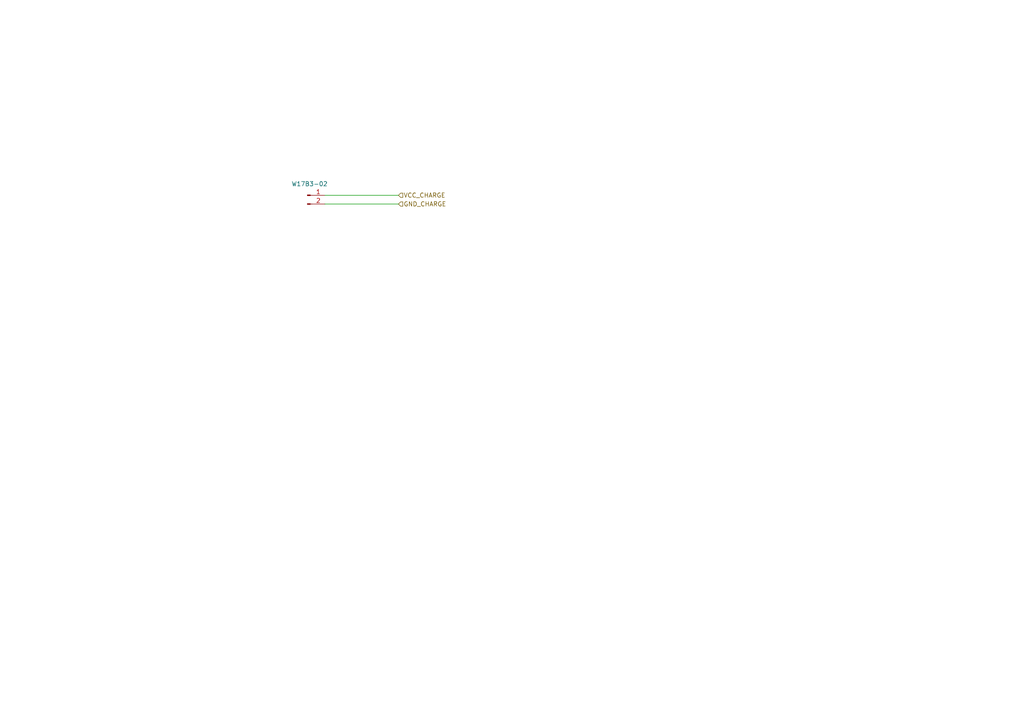
<source format=kicad_sch>
(kicad_sch (version 20211123) (generator eeschema)
  (paper "A4")
  (lib_symbols
    (symbol "Connector:Conn_01x02_Male" (pin_names (offset 1.016) hide)
      (property "Reference" "J" (at 0 2.54 0))
      (property "Value" "Conn_01x02_Male" (at 0 -5.08 0))
      (symbol "Conn_01x02_Male_1_1"
        (polyline (pts (xy 1.27 -2.54) (xy 0.8636 -2.54)) (stroke (width 0.1524)))
        (polyline (pts (xy 1.27 0) (xy 0.8636 0)) (stroke (width 0.1524)))
        (rectangle (start 0.8636 -2.413) (end 0 -2.667) (stroke (width 0.1524)) (fill (type outline)))
        (rectangle (start 0.8636 0.127) (end 0 -0.127) (stroke (width 0.1524)) (fill (type outline)))
        (pin passive line (at 5.08 0 180) (length 3.81) (name "Pin_1") (number "1"))
        (pin passive line (at 5.08 -2.54 180) (length 3.81) (name "Pin_2") (number "2"))
      )
    )
  )
  (wire (pts (xy 94.234 59.182) (xy 115.57 59.182)))
  (wire (pts (xy 94.234 56.642) (xy 115.57 56.642)))
  (hierarchical_label "VCC_CHARGE" (shape input) (at 115.57 56.642 0))
  (hierarchical_label "GND_CHARGE" (shape input) (at 115.57 59.182 0))
  (symbol (lib_id "Connector:Conn_01x02_Male") (at 89.154 56.642 0) (unit 1)
    (property "Reference" "J?" (effects hide))
    (property "Value" "W17B3-02" (at 89.789 53.34 0))
    (property "Datasheet" "https://www.kosmodrom.ua/krugli-germetichni-roznimannya-ip68/w17b3-02.html" (effects hide))
  )
)
</source>
